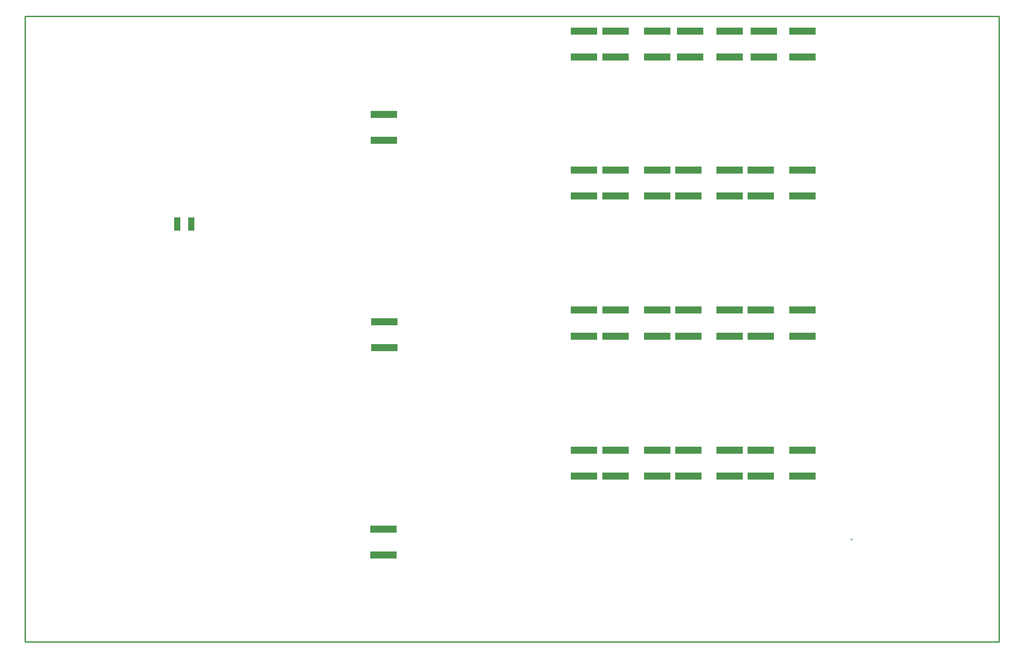
<source format=gbp>
G04 Layer_Color=128*
%FSLAX44Y44*%
%MOMM*%
G71*
G01*
G75*
%ADD13C,0.2540*%
%ADD18C,0.1000*%
%ADD31R,5.2000X1.4000*%
%ADD32R,1.2000X2.5000*%
D13*
X0Y1207700D02*
X1879800D01*
Y0D02*
Y1207700D01*
X0Y0D02*
X1879800D01*
X0D02*
Y1207700D01*
D18*
X1592900Y197500D02*
X1596900D01*
X1594900Y195500D02*
Y199500D01*
D31*
X1078500Y319500D02*
D03*
Y369500D02*
D03*
X1139500Y319500D02*
D03*
Y369500D02*
D03*
X1220000Y319500D02*
D03*
Y369500D02*
D03*
X1280000Y319500D02*
D03*
Y369500D02*
D03*
X1360000Y319500D02*
D03*
Y369500D02*
D03*
X1420000Y319500D02*
D03*
Y369500D02*
D03*
X1500000Y319500D02*
D03*
Y369500D02*
D03*
X1078500Y590300D02*
D03*
Y640300D02*
D03*
X1139500Y590300D02*
D03*
Y640300D02*
D03*
X1220000Y590300D02*
D03*
Y640300D02*
D03*
X1280000Y590300D02*
D03*
Y640300D02*
D03*
X1360000Y590300D02*
D03*
Y640300D02*
D03*
X1500000Y590300D02*
D03*
Y640300D02*
D03*
X1078500Y860600D02*
D03*
Y910600D02*
D03*
X1139500Y860600D02*
D03*
Y910600D02*
D03*
X1220000Y860600D02*
D03*
Y910600D02*
D03*
X1280000Y860600D02*
D03*
Y910600D02*
D03*
X1360000Y860600D02*
D03*
Y910600D02*
D03*
X1420000Y860600D02*
D03*
Y910600D02*
D03*
X1500000Y860600D02*
D03*
Y910600D02*
D03*
X1078500Y1129000D02*
D03*
Y1179000D02*
D03*
X1139500Y1129000D02*
D03*
Y1179000D02*
D03*
X1220000Y1129000D02*
D03*
Y1179000D02*
D03*
X1283500Y1129000D02*
D03*
Y1179000D02*
D03*
X1360000Y1129000D02*
D03*
Y1179000D02*
D03*
X1426100Y1129000D02*
D03*
Y1179000D02*
D03*
X1500000Y1129000D02*
D03*
Y1179000D02*
D03*
X1420000Y590300D02*
D03*
Y640300D02*
D03*
X693300Y568200D02*
D03*
Y618200D02*
D03*
X691600Y167500D02*
D03*
Y217500D02*
D03*
X692300Y968400D02*
D03*
Y1018400D02*
D03*
D32*
X320900Y806700D02*
D03*
X293900D02*
D03*
M02*

</source>
